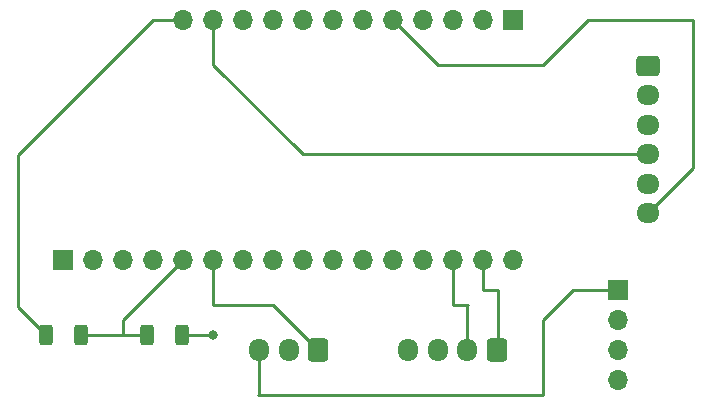
<source format=gbr>
%TF.GenerationSoftware,KiCad,Pcbnew,7.0.7*%
%TF.CreationDate,2024-04-28T08:46:17+01:00*%
%TF.ProjectId,LRF45,4c524634-352e-46b6-9963-61645f706362,rev?*%
%TF.SameCoordinates,Original*%
%TF.FileFunction,Copper,L1,Top*%
%TF.FilePolarity,Positive*%
%FSLAX46Y46*%
G04 Gerber Fmt 4.6, Leading zero omitted, Abs format (unit mm)*
G04 Created by KiCad (PCBNEW 7.0.7) date 2024-04-28 08:46:17*
%MOMM*%
%LPD*%
G01*
G04 APERTURE LIST*
G04 Aperture macros list*
%AMRoundRect*
0 Rectangle with rounded corners*
0 $1 Rounding radius*
0 $2 $3 $4 $5 $6 $7 $8 $9 X,Y pos of 4 corners*
0 Add a 4 corners polygon primitive as box body*
4,1,4,$2,$3,$4,$5,$6,$7,$8,$9,$2,$3,0*
0 Add four circle primitives for the rounded corners*
1,1,$1+$1,$2,$3*
1,1,$1+$1,$4,$5*
1,1,$1+$1,$6,$7*
1,1,$1+$1,$8,$9*
0 Add four rect primitives between the rounded corners*
20,1,$1+$1,$2,$3,$4,$5,0*
20,1,$1+$1,$4,$5,$6,$7,0*
20,1,$1+$1,$6,$7,$8,$9,0*
20,1,$1+$1,$8,$9,$2,$3,0*%
G04 Aperture macros list end*
%TA.AperFunction,ComponentPad*%
%ADD10R,1.700000X1.700000*%
%TD*%
%TA.AperFunction,ComponentPad*%
%ADD11O,1.700000X1.700000*%
%TD*%
%TA.AperFunction,ComponentPad*%
%ADD12RoundRect,0.250000X0.600000X0.725000X-0.600000X0.725000X-0.600000X-0.725000X0.600000X-0.725000X0*%
%TD*%
%TA.AperFunction,ComponentPad*%
%ADD13O,1.700000X1.950000*%
%TD*%
%TA.AperFunction,SMDPad,CuDef*%
%ADD14RoundRect,0.250000X0.312500X0.625000X-0.312500X0.625000X-0.312500X-0.625000X0.312500X-0.625000X0*%
%TD*%
%TA.AperFunction,SMDPad,CuDef*%
%ADD15RoundRect,0.250000X-0.312500X-0.625000X0.312500X-0.625000X0.312500X0.625000X-0.312500X0.625000X0*%
%TD*%
%TA.AperFunction,ComponentPad*%
%ADD16RoundRect,0.250000X-0.725000X0.600000X-0.725000X-0.600000X0.725000X-0.600000X0.725000X0.600000X0*%
%TD*%
%TA.AperFunction,ComponentPad*%
%ADD17O,1.950000X1.700000*%
%TD*%
%TA.AperFunction,ViaPad*%
%ADD18C,0.800000*%
%TD*%
%TA.AperFunction,Conductor*%
%ADD19C,0.250000*%
%TD*%
G04 APERTURE END LIST*
D10*
%TO.P,J2,1,Pin_1*%
%TO.N,unconnected-(J2-Pin_1-Pad1)*%
X146050000Y-101600000D03*
D11*
%TO.P,J2,2,Pin_2*%
%TO.N,unconnected-(J2-Pin_2-Pad2)*%
X143510000Y-101600000D03*
%TO.P,J2,3,Pin_3*%
%TO.N,unconnected-(J2-Pin_3-Pad3)*%
X140970000Y-101600000D03*
%TO.P,J2,4,Pin_4*%
%TO.N,unconnected-(J2-Pin_4-Pad4)*%
X138430000Y-101600000D03*
%TO.P,J2,5,Pin_5*%
%TO.N,Net-(J2-Pin_5)*%
X135890000Y-101600000D03*
%TO.P,J2,6,Pin_6*%
%TO.N,Net-(J2-Pin_6)*%
X133350000Y-101600000D03*
%TO.P,J2,7,Pin_7*%
%TO.N,unconnected-(J2-Pin_7-Pad7)*%
X130810000Y-101600000D03*
%TO.P,J2,8,Pin_8*%
%TO.N,unconnected-(J2-Pin_8-Pad8)*%
X128270000Y-101600000D03*
%TO.P,J2,9,Pin_9*%
%TO.N,unconnected-(J2-Pin_9-Pad9)*%
X125730000Y-101600000D03*
%TO.P,J2,10,Pin_10*%
%TO.N,unconnected-(J2-Pin_10-Pad10)*%
X123190000Y-101600000D03*
%TO.P,J2,11,Pin_11*%
%TO.N,Net-(J2-Pin_11)*%
X120650000Y-101600000D03*
%TO.P,J2,12,Pin_12*%
%TO.N,Net-(J2-Pin_12)*%
X118110000Y-101600000D03*
%TD*%
D12*
%TO.P,J5,1,Pin_1*%
%TO.N,Net-(J1-Pin_6)*%
X129540000Y-129540000D03*
D13*
%TO.P,J5,2,Pin_2*%
%TO.N,Net-(J1-Pin_4)*%
X127040000Y-129540000D03*
%TO.P,J5,3,Pin_3*%
%TO.N,Net-(J1-Pin_2)*%
X124540000Y-129540000D03*
%TD*%
D10*
%TO.P,J1,1,Pin_1*%
%TO.N,unconnected-(J1-Pin_1-Pad1)*%
X107950000Y-121920000D03*
D11*
%TO.P,J1,2,Pin_2*%
%TO.N,Net-(J1-Pin_2)*%
X110490000Y-121920000D03*
%TO.P,J1,3,Pin_3*%
%TO.N,unconnected-(J1-Pin_3-Pad3)*%
X113030000Y-121920000D03*
%TO.P,J1,4,Pin_4*%
%TO.N,Net-(J1-Pin_4)*%
X115570000Y-121920000D03*
%TO.P,J1,5,Pin_5*%
%TO.N,Net-(J1-Pin_5)*%
X118110000Y-121920000D03*
%TO.P,J1,6,Pin_6*%
%TO.N,Net-(J1-Pin_6)*%
X120650000Y-121920000D03*
%TO.P,J1,7,Pin_7*%
%TO.N,unconnected-(J1-Pin_7-Pad7)*%
X123190000Y-121920000D03*
%TO.P,J1,8,Pin_8*%
%TO.N,unconnected-(J1-Pin_8-Pad8)*%
X125730000Y-121920000D03*
%TO.P,J1,9,Pin_9*%
%TO.N,unconnected-(J1-Pin_9-Pad9)*%
X128270000Y-121920000D03*
%TO.P,J1,10,Pin_10*%
%TO.N,unconnected-(J1-Pin_10-Pad10)*%
X130810000Y-121920000D03*
%TO.P,J1,11,Pin_11*%
%TO.N,unconnected-(J1-Pin_11-Pad11)*%
X133350000Y-121920000D03*
%TO.P,J1,12,Pin_12*%
%TO.N,unconnected-(J1-Pin_12-Pad12)*%
X135890000Y-121920000D03*
%TO.P,J1,13,Pin_13*%
%TO.N,unconnected-(J1-Pin_13-Pad13)*%
X138430000Y-121920000D03*
%TO.P,J1,14,Pin_14*%
%TO.N,Net-(J1-Pin_14)*%
X140970000Y-121920000D03*
%TO.P,J1,15,Pin_15*%
%TO.N,Net-(J1-Pin_15)*%
X143510000Y-121920000D03*
%TO.P,J1,16,Pin_16*%
%TO.N,unconnected-(J1-Pin_16-Pad16)*%
X146050000Y-121920000D03*
%TD*%
D14*
%TO.P,R2,1*%
%TO.N,Net-(J1-Pin_5)*%
X109412500Y-128270000D03*
%TO.P,R2,2*%
%TO.N,Net-(J2-Pin_12)*%
X106487500Y-128270000D03*
%TD*%
D15*
%TO.P,R1,1*%
%TO.N,Net-(J1-Pin_5)*%
X115032500Y-128270000D03*
%TO.P,R1,2*%
%TO.N,Net-(J1-Pin_4)*%
X117957500Y-128270000D03*
%TD*%
D10*
%TO.P,J4,1,Pin_1*%
%TO.N,Net-(J1-Pin_2)*%
X154940000Y-124470000D03*
D11*
%TO.P,J4,2,Pin_2*%
%TO.N,Net-(J1-Pin_4)*%
X154940000Y-127010000D03*
%TO.P,J4,3,Pin_3*%
%TO.N,Net-(J3-Pin_4)*%
X154940000Y-129550000D03*
%TO.P,J4,4,Pin_4*%
%TO.N,unconnected-(J4-Pin_4-Pad4)*%
X154940000Y-132090000D03*
%TD*%
D12*
%TO.P,J3,1,Pin_1*%
%TO.N,Net-(J1-Pin_15)*%
X144660000Y-129540000D03*
D13*
%TO.P,J3,2,Pin_2*%
%TO.N,Net-(J1-Pin_14)*%
X142160000Y-129540000D03*
%TO.P,J3,3,Pin_3*%
%TO.N,Net-(J1-Pin_4)*%
X139660000Y-129540000D03*
%TO.P,J3,4,Pin_4*%
%TO.N,Net-(J3-Pin_4)*%
X137160000Y-129540000D03*
%TD*%
D16*
%TO.P,J6,1,Pin_1*%
%TO.N,Net-(J1-Pin_4)*%
X157480000Y-105490000D03*
D17*
%TO.P,J6,2,Pin_2*%
X157480000Y-107990000D03*
%TO.P,J6,3,Pin_3*%
X157480000Y-110490000D03*
%TO.P,J6,4,Pin_4*%
%TO.N,Net-(J2-Pin_11)*%
X157480000Y-112990000D03*
%TO.P,J6,5,Pin_5*%
%TO.N,Net-(J2-Pin_6)*%
X157480000Y-115490000D03*
%TO.P,J6,6,Pin_6*%
%TO.N,Net-(J2-Pin_5)*%
X157480000Y-117990000D03*
%TD*%
D18*
%TO.N,Net-(J1-Pin_4)*%
X120650000Y-128270000D03*
%TD*%
D19*
%TO.N,Net-(J1-Pin_4)*%
X117957500Y-128270000D02*
X120650000Y-128270000D01*
%TO.N,Net-(J1-Pin_5)*%
X118110000Y-121920000D02*
X113030000Y-127000000D01*
X113030000Y-128270000D02*
X115032500Y-128270000D01*
X113030000Y-127000000D02*
X113030000Y-128270000D01*
X109412500Y-128270000D02*
X113030000Y-128270000D01*
%TO.N,Net-(J2-Pin_12)*%
X104140000Y-113030000D02*
X104140000Y-125922500D01*
X104140000Y-125922500D02*
X106487500Y-128270000D01*
X115570000Y-101600000D02*
X104140000Y-113030000D01*
X118110000Y-101600000D02*
X115570000Y-101600000D01*
%TO.N,Net-(J1-Pin_2)*%
X124540000Y-133270000D02*
X124540000Y-129540000D01*
X151140000Y-124470000D02*
X151130000Y-124460000D01*
X148590000Y-127000000D02*
X148590000Y-133350000D01*
X151130000Y-124460000D02*
X148590000Y-127000000D01*
X124460000Y-133350000D02*
X124540000Y-133270000D01*
X154940000Y-124470000D02*
X151140000Y-124470000D01*
X148590000Y-133350000D02*
X124460000Y-133350000D01*
%TO.N,Net-(J1-Pin_6)*%
X129540000Y-129540000D02*
X125730000Y-125730000D01*
X125730000Y-125730000D02*
X120650000Y-125730000D01*
X120650000Y-125730000D02*
X120650000Y-121920000D01*
%TO.N,Net-(J1-Pin_14)*%
X142160000Y-129540000D02*
X142160000Y-125810000D01*
X140970000Y-125730000D02*
X140970000Y-121920000D01*
X142240000Y-125730000D02*
X140970000Y-125730000D01*
X142160000Y-125810000D02*
X142240000Y-125730000D01*
%TO.N,Net-(J1-Pin_15)*%
X144780000Y-129420000D02*
X144780000Y-124460000D01*
X144660000Y-129540000D02*
X144780000Y-129420000D01*
X143510000Y-124460000D02*
X143510000Y-121920000D01*
X144780000Y-124460000D02*
X143510000Y-124460000D01*
%TO.N,Net-(J2-Pin_5)*%
X161290000Y-114180000D02*
X161290000Y-101600000D01*
X152400000Y-101600000D02*
X148590000Y-105410000D01*
X161290000Y-101600000D02*
X152400000Y-101600000D01*
X148590000Y-105410000D02*
X139700000Y-105410000D01*
X139700000Y-105410000D02*
X135890000Y-101600000D01*
X157480000Y-117990000D02*
X161290000Y-114180000D01*
%TO.N,Net-(J2-Pin_11)*%
X120650000Y-105410000D02*
X128230000Y-112990000D01*
X128230000Y-112990000D02*
X157480000Y-112990000D01*
X120650000Y-101600000D02*
X120650000Y-105410000D01*
%TD*%
M02*

</source>
